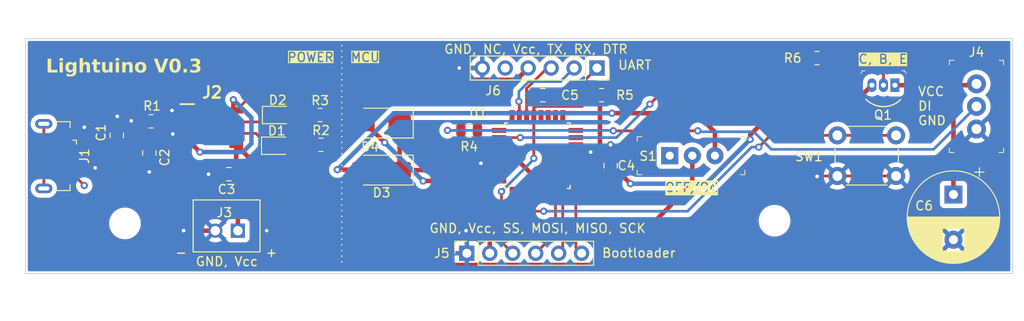
<source format=kicad_pcb>
(kicad_pcb (version 20221018) (generator pcbnew)
  (layers (0 "F.Cu" signal) (31 "B.Cu" power) (34 "B.Paste" user) (35 "F.Paste" user) (36 "B.SilkS" user "B.Silkscreen") (37 "F.SilkS" user "F.Silkscreen") (38 "B.Mask" user) (39 "F.Mask" user) (44 "Edge.Cuts" user))
  (net 0 "")
  (net 1 "/VBUS")
  (net 2 "GND")
  (net 3 "/PWR")
  (net 4 "/DTR")
  (net 5 "/STANDBY")
  (net 6 "Net-(D1-A)")
  (net 7 "/CHARGE")
  (net 8 "Net-(D2-A)")
  (net 9 "/BAT+")
  (net 10 "/UART_Bus")
  (net 11 "Net-(J2-PROG2)")
  (net 12 "Net-(J2-BAT)")
  (net 14 "/PROG_SS")
  (net 15 "/MOSI_PB3")
  (net 16 "/MISO_PB4")
  (net 17 "/SCK_PB5")
  (net 18 "/RX")
  (net 19 "/TX")
  (net 20 "/DI_PIN")
  (net 21 "/STRIP_VCC")
  (net 22 "Net-(Q1-B)")
  (net 23 "Net-(U1-PD4)")
  (net 48 "Net-(SW1-A)")
  (net 49 "unconnected-(J1-SHIELD-Pad6)")
  (net 50 "Net-(U1-PD3)")
  (footprint "tp4056:SOIC127P600X175-9N" (layer "F.Cu") (at 101.6 115.1)
    (fp_text reference "J2" (at 0.05 -3.9) (layer "F.SilkS") (effects (font (size 1.27 1.27) (thickness 0.254))))
    (fp_text value "TP4056" hide)
    (pad "1" smd rect (at -2.712 -1.905 90) (size 0.7 1.525) (layers "F.Cu" "F.Paste" "F.Mask") (net 2 "GND"))
    (pad "2" smd rect (at -2.712 -0.635 90) (size 0.7 1.525) (layers "F.Cu" "F.Paste" "F.Mask") (net 11 "Net-(J2-PROG2)"))
    (pad "3" smd rect (at -2.712 0.635 90) (size 0.7 1.525) (layers "F.Cu" "F.Paste" "F.Mask") (net 2 "GND"))
    (pad "4" smd rect (at -2.712 1.905 90) (size 0.7 1.525) (layers "F.Cu" "F.Paste" "F.Mask") (net 1 "/VBUS"))
    (pad "5" smd rect (at 2.712 1.905 90) (size 0.7 1.525) (layers "F.Cu" "F.Paste" "F.Mask") (net 12 "Net-(J2-BAT)"))
    (pad "6" smd rect (at 2.712 0.635 90) (size 0.7 1.525) (layers "F.Cu" "F.Paste" "F.Mask") (net 5 "/STANDBY"))
    (pad "7" smd rect (at 2.712 -0.635 90) (size 0.7 1.525) (layers "F.Cu" "F.Paste" "F.Mask") (net 7 "/CHARGE"))
    (pad "8" smd rect (at 2.712 -1.905 90) (size 0.7 1.525) (layers "F.Cu" "F.Paste" "F.Mask") (net 1 "/VBUS"))
    (pad "9" smd rect (at 0 0) (size 2.513 3.402) (layers "F.Cu" "F.Paste" "F.Mask"))
  )
  (footprint "Resistor_SMD:R_0805_2012Metric" (layer "F.Cu") (at 144.75 111.5)
    (fp_text reference "R5" (at 2.5875 0 180) (layer "F.SilkS"))
    (fp_text value "10K")
    (pad "1" smd roundrect (at -0.9125 0) (size 1.025 1.4) (layers "F.Cu" "F.Paste" "F.Mask") (roundrect_rratio 0.243902439) (net 14 "/PROG_SS"))
    (pad "2" smd roundrect (at 0.9125 0) (size 1.025 1.4) (layers "F.Cu" "F.Paste" "F.Mask") (roundrect_rratio 0.243902439) (net 3 "/PWR"))
  )
  (footprint "Capacitor_THT:CP_Radial_D10.0mm_P5.00mm" (layer "F.Cu") (at 183.7 122.5 -90)
    (fp_text reference "C6" (at 1.25 3.25 -180) (layer "F.SilkS"))
    (fp_text value "220 uF")
    (pad "1" thru_hole rect (at 0 0 270) (size 2 2) (drill 1) (layers "*.Cu" "*.Mask") (net 21 "/STRIP_VCC"))
    (pad "2" thru_hole circle (at 5 0 270) (size 2 2) (drill 1) (layers "*.Cu" "*.Mask") (net 2 "GND"))
  )
  (footprint "digikey-footprints:PinHeader_1x3_P2.5mm_Drill1.1mm" (layer "F.Cu") (at 186.25 115.25 90)
    (fp_text reference "J4" (at 8.5 0 180) (layer "F.SilkS"))
    (fp_text value "B3B-XH-A_LF__SN_")
    (pad "1" thru_hole circle (at 0 0 90) (size 2.1 2.1) (drill 1.1) (layers "*.Cu" "*.Mask") (net 2 "GND"))
    (pad "2" thru_hole circle (at 2.5 0 90) (size 2.1 2.1) (drill 1.1) (layers "*.Cu" "*.Mask") (net 20 "/DI_PIN"))
    (pad "3" thru_hole circle (at 5 0 90) (size 2.1 2.1) (drill 1.1) (layers "*.Cu" "*.Mask") (net 21 "/STRIP_VCC"))
  )
  (footprint "Capacitor_SMD:C_0805_2012Metric" (layer "F.Cu") (at 145.75 119.3 90)
    (fp_text reference "C4" (at 0 1.75 180) (layer "F.SilkS"))
    (fp_text value "100 nF")
    (pad "1" smd roundrect (at -0.95 0 90) (size 1 1.45) (layers "F.Cu" "F.Paste" "F.Mask") (net 3 "/PWR"))
    (pad "2" smd roundrect (at 0.95 0 90) (size 1 1.45) (layers "F.Cu" "F.Paste" "F.Mask") (net 2 "GND"))
  )
  (footprint "digikey-footprints:Switch_Slide_11.6x4mm_EG1218" (layer "F.Cu") (at 152.3 118.2)
    (fp_text reference "S1" (at -2.4 0.05) (layer "F.SilkS"))
    (fp_text value "EG1218")
    (pad "1" thru_hole rect (at 0 0) (size 1.9 1.9) (drill 0.9) (layers "*.Cu" "*.Mask"))
    (pad "2" thru_hole circle (at 2.5 0) (size 1.9 1.9) (drill 0.9) (layers "*.Cu" "*.Mask") (net 12 "Net-(J2-BAT)"))
    (pad "3" thru_hole circle (at 5 0) (size 1.9 1.9) (drill 0.9) (layers "*.Cu" "*.Mask") (net 9 "/BAT+"))
  )
  (footprint "LED_SMD:LED_0805_2012Metric" (layer "F.Cu") (at 108.9 113.7)
    (fp_text reference "D2" (at 0 -1.65) (layer "F.SilkS"))
    (fp_text value "LED")
    (pad "1" smd roundrect (at -0.9375 0) (size 0.975 1.4) (layers "F.Cu" "F.Paste" "F.Mask") (net 7 "/CHARGE"))
    (pad "2" smd roundrect (at 0.9375 0) (size 0.975 1.4) (layers "F.Cu" "F.Paste" "F.Mask") (net 8 "Net-(D2-A)"))
  )
  (footprint "Connector_PinSocket_2.54mm:PinSocket_1x06_P2.54mm_Vertical" (layer "F.Cu") (at 129.84 129 90)
    (fp_text reference "J5" (at 0 -2.77 180) (layer "F.SilkS"))
    (fp_text value "Conn_01x06_Socket")
    (pad "1" thru_hole rect (at 0 0 90) (size 1.7 1.7) (drill 1) (layers "*.Cu" "*.Mask") (net 2 "GND"))
    (pad "2" thru_hole oval (at 0 2.54 90) (size 1.7 1.7) (drill 1) (layers "*.Cu" "*.Mask") (net 10 "/UART_Bus"))
    (pad "3" thru_hole oval (at 0 5.08 90) (size 1.7 1.7) (drill 1) (layers "*.Cu" "*.Mask") (net 14 "/PROG_SS"))
    (pad "4" thru_hole oval (at 0 7.62 90) (size 1.7 1.7) (drill 1) (layers "*.Cu" "*.Mask") (net 15 "/MOSI_PB3"))
    (pad "5" thru_hole oval (at 0 10.16 90) (size 1.7 1.7) (drill 1) (layers "*.Cu" "*.Mask") (net 16 "/MISO_PB4"))
    (pad "6" thru_hole oval (at 0 12.7 90) (size 1.7 1.7) (drill 1) (layers "*.Cu" "*.Mask") (net 17 "/SCK_PB5"))
  )
  (footprint "Capacitor_SMD:C_0805_2012Metric" (layer "F.Cu") (at 91.1 115.95 90)
    (fp_text reference "C1" (at 0.3 -1.75 90) (layer "F.SilkS"))
    (fp_text value "100 nF")
    (pad "1" smd roundrect (at -0.95 0 90) (size 1 1.45) (layers "F.Cu" "F.Paste" "F.Mask") (net 1 "/VBUS"))
    (pad "2" smd roundrect (at 0.95 0 90) (size 1 1.45) (layers "F.Cu" "F.Paste" "F.Mask") (net 2 "GND"))
  )
  (footprint "Diode_SMD:D_SMA" (layer "F.Cu") (at 120.4 119.8 180)
    (fp_text reference "D3" (at 0 -2.5) (layer "F.SilkS"))
    (fp_text value "B120-E3")
    (pad "1" smd roundrect (at -2 0 180) (size 2.5 1.8) (layers "F.Cu" "F.Paste" "F.Mask") (roundrect_rratio 0.1388888889) (net 3 "/PWR"))
    (pad "2" smd roundrect (at 2 0 180) (size 2.5 1.8) (layers "F.Cu" "F.Paste" "F.Mask") (roundrect_rratio 0.1388888889) (net 9 "/BAT+"))
  )
  (footprint "Resistor_SMD:R_0805_2012Metric" (layer "F.Cu") (at 168.6 107.4)
    (fp_text reference "R6" (at -2.7 0 180) (layer "F.SilkS"))
    (fp_text value "330R")
    (pad "1" smd roundrect (at -0.9125 0) (size 1.025 1.4) (layers "F.Cu" "F.Paste" "F.Mask") (roundrect_rratio 0.243902439) (net 23 "Net-(U1-PD4)"))
    (pad "2" smd roundrect (at 0.9125 0) (size 1.025 1.4) (layers "F.Cu" "F.Paste" "F.Mask") (roundrect_rratio 0.243902439) (net 22 "Net-(Q1-B)"))
  )
  (footprint "Connector_USB:USB_Micro-B_GCT_USB3076-30-A" (layer "F.Cu") (at 84.22 118.25 -90)
    (fp_text reference "J1" (at 0 -3.3 90) (layer "F.SilkS"))
    (fp_text value "USB3080-XX-01-A_REVE")
    (pad "1" smd rect (at -1.3 -1.45 270) (size 0.4 1.4) (layers "F.Cu" "F.Paste" "F.Mask") (net 1 "/VBUS"))
    (pad "2" smd rect (at -0.65 -1.45 270) (size 0.4 1.4) (layers "F.Cu" "F.Paste" "F.Mask"))
    (pad "3" smd rect (at 0 -1.45 270) (size 0.4 1.4) (layers "F.Cu" "F.Paste" "F.Mask"))
    (pad "4" smd rect (at 0.65 -1.45 270) (size 0.4 1.4) (layers "F.Cu" "F.Paste" "F.Mask"))
    (pad "5" smd rect (at 1.3 -1.45 270) (size 0.4 1.4) (layers "F.Cu" "F.Paste" "F.Mask") (net 2 "GND"))
    (pad "6" thru_hole oval (at -3.575 1.2 90) (size 1.05 1.9) (drill oval 0.45 1.25) (layers "*.Cu" "*.Mask") (net 49 "unconnected-(J1-SHIELD-Pad6)"))
    (pad "6" smd rect (at -2.32 -1.03 270) (size 1.15 1.45) (layers "F.Cu" "F.Paste" "F.Mask") (net 49 "unconnected-(J1-SHIELD-Pad6)"))
    (pad "6" smd rect (at -1.125 1.2 270) (size 1.75 1.9) (layers "F.Cu" "F.Paste" "F.Mask") (net 49 "unconnected-(J1-SHIELD-Pad6)"))
    (pad "6" smd rect (at 1.125 1.2 270) (size 1.75 1.9) (layers "F.Cu" "F.Paste" "F.Mask") (net 49 "unconnected-(J1-SHIELD-Pad6)"))
    (pad "6" smd rect (at 2.32 -1.03 270) (size 1.15 1.45) (layers "F.Cu" "F.Paste" "F.Mask") (net 49 "unconnected-(J1-SHIELD-Pad6)"))
    (pad "6" thru_hole oval (at 3.575 1.2 270) (size 1.05 1.9) (drill oval 0.45 1.25) (layers "*.Cu" "*.Mask") (net 49 "unconnected-(J1-SHIELD-Pad6)"))
  )
  (footprint "MountingHole:MountingHole_3mm" (layer "F.Cu") (at 163.9 125.4)
    (fp_text reference "H2" hide)
    (fp_text value "MountingHole")
    (pad "" np_thru_hole circle (at 0 0) (size 3 3) (drill 3) (layers "*.Cu" "*.Mask"))
  )
  (footprint "Capacitor_SMD:C_0805_2012Metric" (layer "F.Cu") (at 94.7 117.9 -90)
    (fp_text reference "C2" (at 0.5 -1.7 90) (layer "F.SilkS"))
    (fp_text value "10 uF")
    (pad "1" smd roundrect (at -0.95 0 270) (size 1 1.45) (layers "F.Cu" "F.Paste" "F.Mask") (net 1 "/VBUS"))
    (pad "2" smd roundrect (at 0.95 0 270) (size 1 1.45) (layers "F.Cu" "F.Paste" "F.Mask") (net 2 "GND"))
  )
  (footprint "MountingHole:MountingHole_3mm" (layer "F.Cu") (at 92 125.7)
    (fp_text reference "H1" hide)
    (fp_text value "MountingHole")
    (pad "" np_thru_hole circle (at 0 0) (size 3 3) (drill 3) (layers "*.Cu" "*.Mask"))
  )
  (footprint "Resistor_SMD:R_0805_2012Metric" (layer "F.Cu") (at 113.7 117 180)
    (fp_text reference "R2" (at 0 1.6) (layer "F.SilkS"))
    (fp_text value "1K")
    (pad "1" smd roundrect (at -0.9125 0 180) (size 1.025 1.4) (layers "F.Cu" "F.Paste" "F.Mask") (roundrect_rratio 0.243902439) (net 1 "/VBUS"))
    (pad "2" smd roundrect (at 0.9125 0 180) (size 1.025 1.4) (layers "F.Cu" "F.Paste" "F.Mask") (roundrect_rratio 0.243902439) (net 6 "Net-(D1-A)"))
  )
  (footprint "digikey-footprints:TO-92-3" (layer "F.Cu") (at 177.22 110.4 180)
    (fp_text reference "Q1" (at 1.32 -3.3) (layer "F.SilkS"))
    (fp_text value "2N3904BU")
    (pad "1" thru_hole rect (at 0 0) (size 1 1.5) (drill 0.55) (layers "*.Cu" "*.Mask") (net 21 "/STRIP_VCC"))
    (pad "2" thru_hole oval (at 1.27 0) (size 1 1.5) (drill 0.55) (layers "*.Cu" "*.Mask") (net 22 "Net-(Q1-B)"))
    (pad "3" thru_hole oval (at 2.54 0) (size 1 1.5) (drill 0.55) (layers "*.Cu" "*.Mask") (net 3 "/PWR"))
  )
  (footprint "Resistor_SMD:R_0805_2012Metric" (layer "F.Cu") (at 94.9 114.4 180)
    (fp_text reference "R1" (at -0.1 1.7) (layer "F.SilkS"))
    (fp_text value "5K")
    (pad "1" smd roundrect (at -0.9125 0 180) (size 1.025 1.4) (layers "F.Cu" "F.Paste" "F.Mask") (roundrect_rratio 0.243902439) (net 11 "Net-(J2-PROG2)"))
    (pad "2" smd roundrect (at 0.9125 0 180) (size 1.025 1.4) (layers "F.Cu" "F.Paste" "F.Mask") (roundrect_rratio 0.243902439) (net 2 "GND"))
  )
  (footprint "Resistor_SMD:R_0805_2012Metric" (layer "F.Cu") (at 113.6 113.7 180)
    (fp_text reference "R3" (at 0 1.6) (layer "F.SilkS"))
    (fp_text value "1K")
    (pad "1" smd roundrect (at -0.9125 0 180) (size 1.025 1.4) (layers "F.Cu" "F.Paste" "F.Mask") (roundrect_rratio 0.243902439) (net 1 "/VBUS"))
    (pad "2" smd roundrect (at 0.9125 0 180) (size 1.025 1.4) (layers "F.Cu" "F.Paste" "F.Mask") (roundrect_rratio 0.243902439) (net 8 "Net-(D2-A)"))
  )
  (footprint "Connector_PinSocket_2.54mm:PinSocket_1x06_P2.54mm_Vertical" (layer "F.Cu") (at 144.25 108.5 -90)
    (fp_text reference "J6" (at 2.5 11.5 -180) (layer "F.SilkS"))
    (fp_text value "Conn_01x06_Socket")
    (pad "1" thru_hole rect (at 0 0 270) (size 1.7 1.7) (drill 1) (layers "*.Cu" "*.Mask") (net 4 "/DTR"))
    (pad "2" thru_hole oval (at 0 2.54 270) (size 1.7 1.7) (drill 1) (layers "*.Cu" "*.Mask") (net 19 "/TX"))
    (pad "3" thru_hole oval (at 0 5.08 270) (size 1.7 1.7) (drill 1) (layers "*.Cu" "*.Mask") (net 18 "/RX"))
    (pad "4" thru_hole oval (at 0 7.62 270) (size 1.7 1.7) (drill 1) (layers "*.Cu" "*.Mask") (net 10 "/UART_Bus"))
    (pad "5" thru_hole oval (at 0 10.16 270) (size 1.7 1.7) (drill 1) (layers "*.Cu" "*.Mask"))
    (pad "6" thru_hole oval (at 0 12.7 270) (size 1.7 1.7) (drill 1) (layers "*.Cu" "*.Mask") (net 2 "GND"))
  )
  (footprint "Button_Switch_THT:SW_PUSH_6mm" (layer "F.Cu") (at 170.85 115.95)
    (fp_text reference "SW1" (at -3.15 2.35) (layer "F.SilkS"))
    (fp_text value "SW_Push_Open")
    (pad "1" thru_hole circle (at 0 0 90) (size 2 2) (drill 1.1) (layers "*.Cu" "*.Mask") (net 48 "Net-(SW1-A)"))
    (pad "1" thru_hole circle (at 6.5 0 90) (size 2 2) (drill 1.1) (layers "*.Cu" "*.Mask") (net 48 "Net-(SW1-A)"))
    (pad "2" thru_hole circle (at 0 4.5 90) (size 2 2) (drill 1.1) (layers "*.Cu" "*.Mask") (net 2 "GND"))
    (pad "2" thru_hole circle (at 6.5 4.5 90) (size 2 2) (drill 1.1) (layers "*.Cu" "*.Mask") (net 2 "GND"))
  )
  (footprint "LED_SMD:LED_0805_2012Metric" (layer "F.Cu") (at 108.8 117.1)
    (fp_text reference "D1" (at 0 -1.65) (layer "F.SilkS"))
    (fp_text value "LED")
    (pad "1" smd roundrect (at -0.9375 0) (size 0.975 1.4) (layers "F.Cu" "F.Paste" "F.Mask") (net 5 "/STANDBY"))
    (pad "2" smd roundrect (at 0.9375 0) (size 0.975 1.4) (layers "F.Cu" "F.Paste" "F.Mask") (net 6 "Net-(D1-A)"))
  )
  (footprint "B2B-XH-A(LF)(SN):JST_B2B-XH-A(LF)(SN)" (layer "F.Cu") (at 103.25 125.975)
    (fp_text reference "J3" (at -0.25 -1.475) (layer "F.SilkS"))
    (fp_text value "B2B-XH-A(LF)(SN)")
    (pad "1" thru_hole rect (at 1.25 0.525) (size 1.575 1.575) (drill 1.05) (layers "*.Cu" "*.Mask") (net 12 "Net-(J2-BAT)"))
    (pad "2" thru_hole circle (at -1.25 0.525) (size 1.575 1.575) (drill 1.05) (layers "*.Cu" "*.Mask") (net 2 "GND"))
  )
  (footprint "Capacitor_SMD:C_0805_2012Metric" (layer "F.Cu") (at 103.5 120.25 180)
    (fp_text reference "C3" (at 0.25 -1.68) (layer "F.SilkS"))
    (fp_text value "10 uF")
    (pad "1" smd roundrect (at -0.95 0 180) (size 1 1.45) (layers "F.Cu" "F.Paste" "F.Mask") (net 12 "Net-(J2-BAT)"))
    (pad "2" smd roundrect (at 0.95 0 180) (size 1 1.45) (layers "F.Cu" "F.Paste" "F.Mask") (net 2 "GND"))
  )
  (footprint "Package_QFP:TQFP-32_7x7mm_P0.8mm" (layer "F.Cu") (at 137.65 118.2)
    (fp_text reference "U1" (at -6.55 -4.8) (layer "F.SilkS"))
    (fp_text value "ATmega328PB-A")
    (pad "1" smd rect (at -4.25 -2.8) (size 1.6 0.55) (layers "F.Cu" "F.Paste" "F.Mask") (net 50 "Net-(U1-PD3)"))
    (pad "2" smd rect (at -4.25 -2) (size 1.6 0.55) (layers "F.Cu" "F.Paste" "F.Mask") (net 23 "Net-(U1-PD4)"))
    (pad "3" smd rect (at -4.25 -1.2) (size 1.6 0.55) (layers "F.Cu" "F.Paste" "F.Mask"))
    (pad "4" smd rect (at -4.25 -0.4) (size 1.6 0.55) (layers "F.Cu" "F.Paste" "F.Mask") (net 3 "/PWR"))
    (pad "5" smd rect (at -4.25 0.4) (size 1.6 0.55) (layers "F.Cu" "F.Paste" "F.Mask") (net 2 "GND"))
    (pad "6" smd rect (at -4.25 1.2) (size 1.6 0.55) (layers "F.Cu" "F.Paste" "F.Mask"))
    (pad "7" smd rect (at -4.25 2) (size 1.6 0.55) (layers "F.Cu" "F.Paste" "F.Mask"))
    (pad "8" smd rect (at -4.25 2.8) (size 1.6 0.55) (layers "F.Cu" "F.Paste" "F.Mask"))
    (pad "9" smd rect (at -2.8 4.25 90) (size 1.6 0.55) (layers "F.Cu" "F.Paste" "F.Mask") (net 48 "Net-(SW1-A)"))
    (pad "10" smd rect (at -2 4.25 90) (size 1.6 0.55) (layers "F.Cu" "F.Paste" "F.Mask"))
    (pad "11" smd rect (at -1.2 4.25 90) (size 1.6 0.55) (layers "F.Cu" "F.Paste" "F.Mask"))
    (pad "12" smd rect (at -0.4 4.25 90) (size 1.6 0.55) (layers "F.Cu" "F.Paste" "F.Mask"))
    (pad "13" smd rect (at 0.4 4.25 90) (size 1.6 0.55) (layers "F.Cu" "F.Paste" "F.Mask"))
    (pad "14" smd rect (at 1.2 4.25 90) (size 1.6 0.55) (layers "F.Cu" "F.Paste" "F.Mask"))
    (pad "15" smd rect (at 2 4.25 90) (size 1.6 0.55) (layers "F.Cu" "F.Paste" "F.Mask") (net 15 "/MOSI_PB3"))
    (pad "16" smd rect (at 2.8 4.25 90) (size 1.6 0.55) (layers "F.Cu" "F.Paste" "F.Mask") (net 16 "/MISO_PB4"))
    (pad "17" smd rect (at 4.25 2.8) (size 1.6 0.55) (layers "F.Cu" "F.Paste" "F.Mask") (net 17 "/SCK_PB5"))
    (pad "18" smd rect (at 4.25 2) (size 1.6 0.55) (layers "F.Cu" "F.Paste" "F.Mask") (net 3 "/PWR"))
    (pad "19" smd rect (at 4.25 1.2) (size 1.6 0.55) (layers "F.Cu" "F.Paste" "F.Mask"))
    (pad "20" smd rect (at 4.25 0.4) (size 1.6 0.55) (layers "F.Cu" "F.Paste" "F.Mask"))
    (pad "21" smd rect (at 4.25 -0.4) (size 1.6 0.55) (layers "F.Cu" "F.Paste" "F.Mask") (net 2 "GND"))
    (pad "22" smd rect (at 4.25 -1.2) (size 1.6 0.55) (layers "F.Cu" "F.Paste" "F.Mask"))
    (pad "23" smd rect (at 4.25 -2) (size 1.6 0.55) (layers "F.Cu" "F.Paste" "F.Mask"))
    (pad "24" smd rect (at 4.25 -2.8) (size 1.6 0.55) (layers "F.Cu" "F.Paste" "F.Mask"))
    (pad "25" smd rect (at 2.8 -4.25 90) (size 1.6 0.55) (layers "F.Cu" "F.Paste" "F.Mask"))
    (pad "26" smd rect (at 2 -4.25 90) (size 1.6 0.55) (layers "F.Cu" "F.Paste" "F.Mask"))
    (pad "27" smd rect (at 1.2 -4.25 90) (size 1.6 0.55) (layers "F.Cu" "F.Paste" "F.Mask"))
    (pad "28" smd rect (at 0.4 -4.25 90) (size 1.6 0.55) (layers "F.Cu" "F.Paste" "F.Mask"))
    (pad "29" smd rect (at -0.4 -4.25 90) (size 1.6 0.55) (layers "F.Cu" "F.Paste" "F.Mask") (net 14 "/PROG_SS"))
    (pad "30" smd rect (at -1.2 -4.25 90) (size 1.6 0.55) (layers "F.Cu" "F.Paste" "F.Mask") (net 18 "/RX"))
    (pad "31" smd rect (at -2 -4.25 90) (size 1.6 0.55) (layers "F.Cu" "F.Paste" "F.Mask") (net 19 "/TX"))
    (pad "32" smd rect (at -2.8 -4.25 90) (size 1.6 0.55) (layers "F.Cu" "F.Paste" "F.Mask"))
  )
  (footprint "Resistor_SMD:R_0805_2012Metric" (layer "F.Cu") (at 130.1 115.4 180)
    (fp_text reference "R4" (at 0 -1.8) (layer "F.SilkS"))
    (fp_text value "330R")
    (pad "1" smd roundrect (at -0.9125 0 180) (size 1.025 1.4) (layers "F.Cu" "F.Paste" "F.Mask") (roundrect_rratio 0.243902439) (net 50 "Net-(U1-PD3)"))
    (pad "2" smd roundrect (at 0.9125 0 180) (size 1.025 1.4) (layers "F.Cu" "F.Paste" "F.Mask") (roundrect_rratio 0.243902439) (net 20 "/DI_PIN"))
  )
  (footprint "Capacitor_SMD:C_0805_2012Metric" (layer "F.Cu") (at 138.25 111.5 180)
    (fp_text reference "C5" (at -3 0) (layer "F.SilkS"))
    (fp_text value "100 nF")
    (pad "1" smd roundrect (at -0.95 0 180) (size 1 1.45) (layers "F.Cu" "F.Paste" "F.Mask") (net 4 "/DTR"))
    (pad "2" smd roundrect (at 0.95 0 180) (size 1 1.45) (layers "F.Cu" "F.Paste" "F.Mask") (net 14 "/PROG_SS"))
  )
  (footprint "Diode_SMD:D_SMA" (layer "F.Cu") (at 120.4 114.6 180)
    (fp_text reference "D4" (at 1.275 -2.625) (layer "F.SilkS"))
    (fp_text value "B120-E3")
    (pad "1" smd roundrect (at -2 0 180) (size 2.5 1.8) (layers "F.Cu" "F.Paste" "F.Mask") (roundrect_rratio 0.1388888889) (net 3 "/PWR"))
    (pad "2" smd roundrect (at 2 0 180) (size 2.5 1.8) (layers "F.Cu" "F.Paste" "F.Mask") (roundrect_rratio 0.1388888889) (net 10 "/UART_Bus"))
  )
  (gr_line (start 116 106) (end 116 130.1) (stroke (width 0.15) (type dot)) (layer "F.SilkS"))
  (gr_line (start 81 105.25) (end 129.5 105.25) (stroke (width 0.1)) (layer "Edge.Cuts"))
  (gr_line (start 190.25 105.25) (end 190.25 131.25) (stroke (width 0.1)) (layer "Edge.Cuts"))
  (gr_line (start 81 118.25) (end 81 131.25) (stroke (width 0.1)) (layer "Edge.Cuts"))
  (gr_line (start 81 118.25) (end 81 105.25) (stroke (width 0.1)) (layer "Edge.Cuts"))
  (gr_line (start 129.5 105.25) (end 190.25 105.25) (stroke (width 0.1)) (layer "Edge.Cuts"))
  (gr_line (start 122 131.25) (end 190.25 131.25) (stroke (width 0.1)) (layer "Edge.Cuts"))
  (gr_line (start 81 131.25) (end 122 131.25) (stroke (width 0.1)) (layer "Edge.Cuts"))
  (gr_text "-" (at 97.5 129.5) (layer "F.SilkS") (effects (font (size 1 1)) (justify left bottom)))
  (gr_text "POWER" (at 109.9 107.9) (layer "F.SilkS" knockout) (effects (font (size 1 1)) (justify left bottom)))
  (gr_text "VCC\nDI\nGND\n" (at 179.7 114.9) (layer "F.SilkS") (effects (font (size 1 1)) (justify left bottom)))
  (gr_text "OFF/ON" (at 151.7 122.3) (layer "F.SilkS" knockout) (effects (font (size 1 1)) (justify left bottom)))
  (gr_text "GND, Vcc" (at 99.75 130.5) (layer "F.SilkS") (effects (font (size 1 1)) (justify left bottom)))
  (gr_text "GND, NC, Vcc, TX, RX, DTR" (at 127.25 107) (layer "F.SilkS") (effects (font (size 1 1)) (justify left bottom)))
  (gr_text "Bootloader" (at 144.725 129.55) (layer "F.SilkS") (effects (font (size 1 1)) (justify left bottom)))
  (gr_text "GND, Vcc, SS, MOSI, MISO, SCK" (at 125.625 126.825) (layer "F.SilkS") (effects (font (size 1 1)) (justify left bottom)))
  (gr_text "+" (at 107.5 129.5) (layer "F.SilkS") (effects (font (size 1 1)) (justify left bottom)))
  (gr_text "C, B, E" (at 173.1 108.1) (layer "F.SilkS" knockout) (effects (font (size 1 1)) (justify left bottom)))
  (gr_text "UART" (at 146.5 108.75) (layer "F.SilkS") (effects (font (size 1 1)) (justify left bottom)))
  (gr_text "Lightuino V0.3" (at 83.25 109.25) (layer "F.SilkS") (effects (font (size 1.5 1.5) (thickness 0.3) bold) (justify left bottom)))
  (gr_text "MCU" (at 116.9 107.9) (layer "F.SilkS" knockout) (effects (font (size 1 1)) (justify left bottom)))
  (segment (start 113.9 112.1) (end 105.407 112.1) (width 0.3) (layer "F.Cu") (net 1))
  (segment (start 98.833 116.95) (end 98.888 117.005) (width 0.5) (layer "F.Cu") (net 1))
  (segment (start 104 112.883) (end 104.312 113.195) (width 0.5) (layer "F.Cu") (net 1))
  (segment (start 114.5125 113.7) (end 114.5125 112.7125) (width 0.3) (layer "F.Cu") (net 1))
  (segment (start 91.1 116.9) (end 91.05 116.95) (width 0.5) (layer "F.Cu") (net 1))
  (segment (start 91.05 116.95) (end 86.425 116.95) (width 0.5) (layer "F.Cu") (net 1))
  (segment (start 114.5125 112.7125) (end 113.9 112.1) (width 0.3) (layer "F.Cu") (net 1))
  (segment (start 94.7 116.95) (end 98.833 116.95) (width 0.5) (layer "F.Cu") (net 1))
  (segment (start 114.6125 113.8) (end 114.5125 113.7) (width 0.3) (layer "F.Cu") (net 1))
  (segment (start 104 112) (end 104 112.883) (width 0.5) (layer "F.Cu") (net 1))
  (segment (start 114.6125 117) (end 114.6125 113.8) (width 0.3) (layer "F.Cu") (net 1))
  (segment (start 105.407 112.1) (end 104.312 113.195) (width 0.3) (layer "F.Cu") (net 1))
  (segment (start 91.1 116.9) (end 94.65 116.9) (width 0.5) (layer "F.Cu") (net 1))
  (segment (start 99.505 117.005) (end 100.3 117.8) (width 0.5) (layer "F.Cu") (net 1))
  (segment (start 94.65 116.9) (end 94.7 116.95) (width 0.5) (layer "F.Cu") (net 1))
  (segment (start 98.888 117.005) (end 99.505 117.005) (width 0.5) (layer "F.Cu") (net 1))
  (via (at 100.3 117.8) (size 0.8) (drill 0.4) (layers "F.Cu" "B.Cu") (net 1))
  (via (at 104 112) (size 0.8) (drill 0.4) (layers "F.Cu" "B.Cu") (net 1))
  (segment (start 105.05 117.8) (end 106 116.85) (width 0.5) (layer "B.Cu") (net 1))
  (segment (start 106 114) (end 104 112) (width 0.5) (layer "B.Cu") (net 1))
  (segment (start 106 116.85) (end 106 114) (width 0.5) (layer "B.Cu") (net 1))
  (segment (start 100.3 117.8) (end 105.05 117.8) (width 0.5) (layer "B.Cu") (net 1))
  (segment (start 131.85 118.6) (end 131.4 119.05) (width 0.5) (layer "F.Cu") (net 2))
  (segment (start 98.888 115.735) (end 97.365 115.735) (width 0.3) (layer "F.Cu") (net 2))
  (segment (start 168.65 120.45) (end 168.6 120.5) (width 0.3) (layer "F.Cu") (net 2))
  (segment (start 91.1 115) (end 91.1 113.9) (width 0.5) (layer "F.Cu") (net 2))
  (segment (start 91.1 113.9) (end 91.15 113.85) (width 0.5) (layer "F.Cu") (net 2))
  (segment (start 98.888 113.195) (end 97.205 113.195) (width 0.3) (layer "F.Cu") (net 2))
  (segment (start 129.84 126.59) (end 129.75 126.5) (width 0.3) (layer "F.Cu") (net 2))
  (segment (start 177.35 120.45) (end 170.85 120.45) (width 0.3) (layer "F.Cu") (net 2))
  (segment (start 88.7 119.55) (end 86.425 119.55) (width 0.5) (layer "F.Cu") (net 2))
  (segment (start 93.9875 114.4) (end 92.75 114.4) (width 0.5) (layer "F.Cu") (net 2))
  (segment (start 133.4 118.6) (end 131.85 118.6) (width 0.5) (layer "F.Cu") (net 2))
  (segment (start 94.7 118.85) (end 94.7 120) (width 0.3) (layer "F.Cu") (net 2))
  (segment (start 102.55 120.25) (end 101.25 120.25) (width 0.5) (layer "F.Cu") (net 2))
  (segment (start 97.365 115.735) (end 97.3 115.8) (width 0.3) (layer "F.Cu") (net 2))
  (segment (start 141.9 117.8) (end 143.55 117.8) (width 0.5) (layer "F.Cu") (net 2))
  (segment (start 170.85 120.45) (end 168.65 120.45) (width 0.3) (layer "F.Cu") (net 2))
  (segment (start 129.84 129) (end 129.84 126.59) (width 0.3) (layer "F.Cu") (net 2))
  (segment (start 102 126.5) (end 98.5 126.5) (width 0.5) (layer "F.Cu") (net 2))
  (segment (start 131.55 108.5) (end 129 108.5) (width 0.5) (layer "F.Cu") (net 2))
  (segment (start 92.75 114.4) (end 92.7 114.35) (width 0.5) (layer "F.Cu") (net 2))
  (segment (start 145.75 118.35) (end 145.75 117) (width 0.5) (layer "F.Cu") (net 2))
  (via (at 143.55 117.8) (size 0.8) (drill 0.4) (layers "F.Cu" "B.Cu") (net 2))
  (via (at 129.75 126.5) (size 0.8) (drill 0.4) (layers "F.Cu" "B.Cu") (net 2))
  (via (at 129 108.5) (size 0.8) (drill 0.4) (layers "F.Cu" "B.Cu") (net 2))
  (via (at 92.7 114.35) (size 0.8) (drill 0.4) (layers "F.Cu" "B.Cu") (net 2))
  (via (at 145.75 117) (size 0.8) (drill 0.4) (layers "F.Cu" "B.Cu") (net 2))
  (via (at 168.6 120.5) (size 0.8) (drill 0.4) (layers "F.Cu" "B.Cu") (net 2))
  (via (at 97.205 113.195) (size 0.8) (drill 0.4) (layers "F.Cu" "B.Cu") (net 2))
  (via (at 101.25 120.25) (size 0.8) (drill 0.4) (layers "F.Cu" "B.Cu") (net 2))
  (via (at 98.5 126.5) (size 0.8) (drill 0.4) (layers "F.Cu" "B.Cu") (net 2))
  (via (at 94.7 120) (size 0.8) (drill 0.4) (layers "F.Cu" "B.Cu") (net 2))
  (via (at 87.5 115.05) (size 0.8) (drill 0.4) (layers "F.Cu" "B.Cu") (net 2))
  (via (at 91.15 113.85) (size 0.8) (drill 0.4) (layers "F.Cu" "B.Cu") (net 2))
  (via (at 131.4 119.05) (size 0.8) (drill 0.4) (layers "F.Cu" "B.Cu") (net 2))
  (via (at 88.7 119.55) (size 0.8) (drill 0.4) (layers "F.Cu" "B.Cu") (net 2))
  (via (at 97.3 115.8) (size 0.8) (drill 0.4) (layers "F.Cu" "B.Cu") (net 2))
  (segment (start 165.6 111.5) (end 173.58 111.5) (width 0.5) (layer "F.Cu") (net 3))
  (segment (start 122.4 114.6) (end 122.4 119.8) (width 0.5) (layer "F.Cu") (net 3))
  (segment (start 133.4 117.8) (end 134.575 117.8) (width 0.5) (layer "F.Cu") (net 3))
  (segment (start 134.575 117.8) (end 136.975 120.2) (width 0.5) (layer "F.Cu") (net 3))
  (segment (start 161.2 115.9) (end 165.6 111.5) (width 0.5) (layer "F.Cu") (net 3))
  (segment (start 130.05 117.8) (end 128.05 119.8) (width 0.5) (layer "F.Cu") (net 3))
  (segment (start 161.2 116.4) (end 161.2 115.9) (width 0.5) (layer "F.Cu") (net 3))
  (segment (start 147.95 121.3) (end 146.85 120.2) (width 0.5) (layer "F.Cu") (net 3))
  (segment (start 144.575 112.5875) (end 145.6625 111.5) (width 0.5) (layer "F.Cu") (net 3))
  (segment (start 145.75 120.25) (end 144.575 119.075) (width 0.5) (layer "F.Cu") (net 3))
  (segment (start 133.4 117.8) (end 130.05 117.8) (width 0.5) (layer "F.Cu") (net 3))
  (segment (start 136.975 120.2) (end 141.9 120.2) (width 0.5) (layer "F.Cu") (net 3))
  (segment (start 146.85 120.2) (end 141.9 120.2) (width 0.5) (layer "F.Cu") (net 3))
  (segment (start 144.575 119.075) (end 144.575 112.5875) (width 0.5) (layer "F.Cu") (net 3))
  (segment (start 128.05 119.8) (end 122.4 119.8) (width 0.5) (layer "F.Cu") (net 3))
  (segment (start 173.58 111.5) (end 174.68 110.4) (width 0.5) (layer "F.Cu") (net 3))
  (via (at 147.95 121.3) (size 0.8) (drill 0.4) (layers "F.Cu" "B.Cu") (net 3))
  (via (at 161.2 116.4) (size 0.8) (drill 0.4) (layers "F.Cu" "B.Cu") (net 3))
  (segment (start 156.3 121.3) (end 161.2 116.4) (width 0.5) (layer "B.Cu") (net 3))
  (segment (start 147.95 121.3) (end 156.3 121.3) (width 0.5) (layer "B.Cu") (net 3))
  (segment (start 141.25 111.5) (end 144.25 108.5) (width 0.3) (layer "F.Cu") (net 4))
  (segment (start 139.2 111.5) (end 141.25 111.5) (width 0.3) (layer "F.Cu") (net 4))
  (segment (start 106.4975 115.735) (end 107.8625 117.1) (width 0.3) (layer "F.Cu") (net 5))
  (segment (start 104.312 115.735) (end 106.4975 115.735) (width 0.3) (layer "F.Cu") (net 5))
  (segment (start 109.7375 117.1) (end 112.6875 117.1) (width 0.3) (layer "F.Cu") (net 6))
  (segment (start 112.6875 117.1) (end 112.7875 117) (width 0.3) (layer "F.Cu") (net 6))
  (segment (start 104.312 114.465) (end 107.1975 114.465) (width 0.3) (layer "F.Cu") (net 7))
  (segment (start 107.1975 114.465) (end 107.9625 113.7) (width 0.3) (layer "F.Cu") (net 7))
  (segment (start 109.8375 113.7) (end 112.6875 113.7) (width 0.3) (layer "F.Cu") (net 8))
  (segment (start 155.200706 113.5) (end 157.3 115.599294) (width 0.5) (layer "F.Cu") (net 9))
  (segment (start 115.5 119.75) (end 118.35 119.75) (width 0.5) (layer "F.Cu") (net 9))
  (segment (start 157.3 115.599294) (end 157.3 118.2) (width 0.5) (layer "F.Cu") (net 9))
  (segment (start 145.9 113.5) (end 155.200706 113.5) (width 0.5) (layer "F.Cu") (net 9))
  (segment (start 118.35 119.75) (end 118.4 119.8) (width 0.5) (layer "F.Cu") (net 9))
  (via (at 145.9 113.5) (size 0.8) (drill 0.4) (layers "F.Cu" "B.Cu") (net 9))
  (via (at 115.5 119.75) (size 0.8) (drill 0.4) (layers "F.Cu" "B.Cu") (net 9))
  (segment (start 145.9 113.5) (end 121.75 113.5) (width 0.5) (layer "B.Cu") (net 9))
  (segment (start 121.75 113.5) (end 115.5 119.75) (width 0.5) (layer "B.Cu") (net 9))
  (segment (start 125 121) (end 127.6 121) (width 0.5) (layer "F.Cu") (net 10))
  (segment (start 132.38 125.805) (end 132.38 129) (width 0.5) (layer "F.Cu") (net 10))
  (segment (start 123.2 109.8) (end 135.33 109.8) (width 0.5) (layer "F.Cu") (net 10))
  (segment (start 132.375 125.8) (end 132.38 125.805) (width 0.5) (layer "F.Cu") (net 10))
  (segment (start 118.4 114.6) (end 118.6 114.6) (width 0.5) (layer "F.Cu") (net 10))
  (segment (start 127.6 121) (end 132.375 125.775) (width 0.5) (layer "F.Cu") (net 10))
  (segment (start 118.4 114.6) (end 123.2 109.8) (width 0.5) (layer "F.Cu") (net 10))
  (segment (start 135.33 109.8) (end 136.63 108.5) (width 0.5) (layer "F.Cu") (net 10))
  (segment (start 132.375 125.775) (end 132.375 125.8) (width 0.5) (layer "F.Cu") (net 10))
  (segment (start 118.6 114.6) (end 120.75 116.75) (width 0.5) (layer "F.Cu") (net 10))
  (via (at 125 121) (size 0.8) (drill 0.4) (layers "F.Cu" "B.Cu") (net 10))
  (via (at 120.75 116.75) (size 0.8) (drill 0.4) (layers "F.Cu" "B.Cu") (net 10))
  (segment (start 120.75 116.75) (end 125 121) (width 0.5) (layer "B.Cu") (net 10))
  (segment (start 95.8775 114.465) (end 95.8125 114.4) (width 0.3) (layer "F.Cu") (net 11))
  (segment (start 98.888 114.465) (end 95.8775 114.465) (width 0.3) (layer "F.Cu") (net 11))
  (segment (start 104.312 117.005) (end 117.607 130.3) (width 0.5) (layer "F.Cu") (net 12))
  (segment (start 117.607 130.3) (end 145.8 130.3) (width 0.5) (layer "F.Cu") (net 12))
  (segment (start 145.8 130.3) (end 154.8 121.3) (width 0.5) (layer "F.Cu") (net 12))
  (segment (start 104.312 117.005) (end 104.312 120.112) (width 0.5) (layer "F.Cu") (net 12))
  (segment (start 104.312 120.112) (end 104.45 120.25) (width 0.5) (layer "F.Cu") (net 12))
  (segment (start 154.8 121.3) (end 154.8 118.2) (width 0.5) (layer "F.Cu") (net 12))
  (segment (start 104.45 120.25) (end 104.5 120.3) (width 0.5) (layer "F.Cu") (net 12))
  (segment (start 104.5 120.3) (end 104.5 126.5) (width 0.5) (layer "F.Cu") (net 12))
  (segment (start 137.475 112.75) (end 142.5875 112.75) (width 0.3) (layer "F.Cu") (net 14))
  (segment (start 137.25 113.95) (end 137.25 111.55) (width 0.3) (layer "F.Cu") (net 14))
  (segment (start 137.25 118.5) (end 137.25 113.95) (width 0.3) (layer "F.Cu") (net 14))
  (segment (start 133.675 122.175) (end 133.675 127.755) (width 0.3) (layer "F.Cu") (net 14))
  (segment (start 137.25 112.975) (end 137.475 112.75) (width 0.3) (layer "F.Cu") (net 14))
  (segment (start 137.25 111.55) (end 137.3 111.5) (width 0.3) (layer "F.Cu") (net 14))
  (segment (start 137.25 118.5) (end 137.25 112.975) (width 0.3) (layer "F.Cu") (net 14))
  (segment (start 133.675 127.755) (end 134.92 129) (width 0.3) (layer "F.Cu") (net 14))
  (segment (start 142.5875 112.75) (end 143.8375 111.5) (width 0.3) (layer "F.Cu") (net 14))
  (via (at 137.25 118.5) (size 0.8) (drill 0.4) (layers "F.Cu" "B.Cu") (net 14))
  (via (at 133.675 122.175) (size 0.8) (drill 0.4) (layers "F.Cu" "B.Cu") (net 14))
  (segment (start 133.675 122.175) (end 137.25 118.6) (width 0.3) (layer "B.Cu") (net 14))
  (segment (start 137.25 118.6) (end 137.25 118.5) (width 0.3) (layer "B.Cu") (net 14))
  (segment (start 139.65 126.81) (end 137.46 129) (width 0.3) (layer "F.Cu") (net 15))
  (segment (start 139.65 122.45) (end 139.65 126.81) (width 0.3) (layer "F.Cu") (net 15))
  (segment (start 140.45 122.45) (end 140.45 128.55) (width 0.3) (layer "F.Cu") (net 16))
  (segment (start 140.45 128.55) (end 140 129) (width 0.3) (layer "F.Cu") (net 16))
  (segment (start 141.9 121) (end 141.9 128.36) (width 0.3) (layer "F.Cu") (net 17))
  (segment (start 141.9 128.36) (end 142.54 129) (width 0.3) (layer "F.Cu") (net 17))
  (segment (start 136.45 110.776472) (end 138.726472 108.5) (width 0.3) (layer "F.Cu") (net 18))
  (segment (start 138.726472 108.5) (end 139.17 108.5) (width 0.3) (layer "F.Cu") (net 18))
  (segment (start 136.45 113.95) (end 136.45 110.776472) (width 0.3) (layer "F.Cu") (net 18))
  (segment (start 135.65 112.25) (end 135.6 112.2) (width 0.3) (layer "F.Cu") (net 19))
  (segment (start 135.65 113.95) (end 135.65 112.25) (width 0.3) (layer "F.Cu") (net 19))
  (via (at 135.6 112.2) (size 0.8) (drill 0.4) (layers "F.Cu" "B.Cu") (net 19))
  (segment (start 135.6 111.1) (end 136.7 110) (width 0.3) (layer "B.Cu") (net 19))
  (segment (start 135.6 112.2) (end 135.6 111.1) (width 0.3) (layer "B.Cu") (net 19))
  (segment (start 140.21 110) (end 141.71 108.5) (width 0.3) (layer "B.Cu") (net 19))
  (segment (start 136.7 110) (end 140.21 110) (width 0.3) (layer "B.Cu") (net 19))
  (segment (start 129.1875 115.4) (end 127.7 115.4) (width 0.3) (layer "F.Cu") (net 20))
  (segment (start 155.4 115.45) (end 146.05 115.45) (width 0.3) (layer "F.Cu") (net 20))
  (via (at 155.4 115.45) (size 0.8) (drill 0.4) (layers "F.Cu" "B.Cu") (net 20))
  (via (at 127.7 115.4) (size 0.8) (drill 0.4) (layers "F.Cu" "B.Cu") (net 20))
  (via (at 146.05 115.45) (size 0.8) (drill 0.4) (layers "F.Cu" "B.Cu") (net 20))
  (segment (start 155.4 115.45) (end 155.500688 115.550688) (width 0.3) (layer "B.Cu") (net 20))
  (segment (start 181.5 117.5) (end 186.25 112.75) (width 0.3) (layer "B.Cu") (net 20))
  (segment (start 146 115.4) (end 127.7 115.4) (width 0.3) (layer "B.Cu") (net 20))
  (segment (start 155.500688 115.550688) (end 161.600688 115.550688) (width 0.3) (layer "B.Cu") (net 20))
  (segment (start 146.05 115.45) (end 146 115.4) (width 0.3) (layer "B.Cu") (net 20))
  (segment (start 161.600688 115.550688) (end 163.55 117.5) (width 0.3) (layer "B.Cu") (net 20))
  (segment (start 163.55 117.5) (end 181.5 117.5) (width 0.3) (layer "B.Cu") (net 20))
  (segment (start 177.22 110.4) (end 183.7 110.4) (width 0.5) (layer "F.Cu") (net 21))
  (segment (start 186.1 110.4) (end 186.25 110.25) (width 0.5) (layer "F.Cu") (net 21))
  (segment (start 183.7 110.4) (end 186.1 110.4) (width 0.5) (layer "F.Cu") (net 21))
  (segment (start 183.7 122.5) (end 183.7 110.4) (width 0.5) (layer "F.Cu") (net 21))
  (segment (start 169.5125 107.4) (end 174.1 107.4) (width 0.3) (layer "F.Cu") (net 22))
  (segment (start 175.95 109.25) (end 175.95 110.4) (width 0.3) (layer "F.Cu") (net 22))
  (segment (start 174.1 107.4) (end 175.95 109.25) (width 0.3) (layer "F.Cu") (net 22))
  (segment (start 150.1 112.5) (end 155.2 107.4) (width 0.3) (layer "F.Cu") (net 23))
  (segment (start 155.2 107.4) (end 167.6875 107.4) (width 0.3) (layer "F.Cu") (net 23))
  (segment (start 135.75 116.2) (end 133.4 116.2) (width 0.3) (layer "F.Cu") (net 23))
  (via (at 150.1 112.5) (size 0.8) (drill 0.4) (layers "F.Cu" "B.Cu") (net 23))
  (via (at 135.75 116.2) (size 0.8) (drill 0.4) (layers "F.Cu" "B.Cu") (net 23))
  (segment (start 146.4 116.2) (end 135.75 116.2) (width 0.3) (layer "B.Cu") (net 23))
  (segment (start 150.1 112.5) (end 146.4 116.2) (width 0.3) (layer "B.Cu") (net 23))
  (segment (start 134.85 123.55) (end 134.85 122.45) (width 0.3) (layer "F.Cu") (net 48))
  (segment (start 138.35 124.35) (end 135.65 124.35) (width 0.3) (layer "F.Cu") (net 48))
  (segment (start 135.65 124.35) (end 134.85 123.55) (width 0.3) (layer "F.Cu") (net 48))
  (segment (start 163.45 115.95) (end 170.85 115.95) (width 0.3) (layer "F.Cu") (net 48))
  (segment (start 170.85 115.95) (end 177.35 115.95) (width 0.3) (layer "F.Cu") (net 48))
  (segment (start 162.15 117.25) (end 163.45 115.95) (width 0.3) (layer "F.Cu") (net 48))
  (via (at 162.15 117.25) (size 0.8) (drill 0.4) (layers "F.Cu" "B.Cu") (net 48))
  (via (at 138.35 124.35) (size 0.8) (drill 0.4) (layers "F.Cu" "B.Cu") (net 48))
  (segment (start 138.35 124.35) (end 154.260661 124.35) (width 0.3) (layer "B.Cu") (net 48))
  (segment (start 154.260661 124.35) (end 161.360661 117.25) (width 0.3) (layer "B.Cu") (net 48))
  (segment (start 161.360661 117.25) (end 162.15 117.25) (width 0.3) (layer "B.Cu") (net 48))
  (segment (start 83.02 117.125) (end 83.02 114.675) (width 0.3) (layer "F.Cu") (net 49))
  (segment (start 85.25 115.93) (end 84.215 115.93) (width 0.3) (layer "F.Cu") (net 49))
  (segment (start 85.25 120.57) (end 84.215 120.57) (width 0.3) (layer "F.Cu") (net 49))
  (segment (start 84.215 120.57) (end 83.02 119.375) (width 0.3) (layer "F.Cu") (net 49))
  (segment (start 86.57 120.57) (end 87.5 121.5) (width 0.3) (layer "F.Cu") (net 49))
  (segment (start 86.62 115.93) (end 85.25 115.93) (width 0.3) (layer "F.Cu") (net 49))
  (segment (start 85.25 120.57) (end 86.57 120.57) (width 0.3) (layer "F.Cu") (net 49))
  (segment (start 83.02 119.375) (end 83.02 121.825) (width 0.3) (layer "F.Cu") (net 49))
  (segment (start 84.215 115.93) (end 83.02 117.125) (width 0.3) (layer "F.Cu") (net 49))
  (segment (start 87.5 115.05) (end 86.62 115.93) (width 0.3) (layer "F.Cu") (net 49))
  (segment (start 83.02 117.125) (end 83.02 119.375) (width 0.3) (layer "F.Cu") (net 49))
  (via (at 87.5 121.5) (size 0.8) (drill 0.4) (layers "F.Cu" "B.Cu") (net 49))
  (segment (start 133.4 115.4) (end 131.0125 115.4) (width 0.3) (layer "F.Cu") (net 50))
  (zone (net 2) (net_name "GND") (layer "B.Cu") (connect_pads (clearance 0.5)) (min_thickness 0.25) (fill yes (thermal_gap 0.5) (thermal_bridge_width 0.5))
    (polygon (pts (xy 81.25 105.5) (xy 190 105.5) (xy 190 131) (xy 81.25 131)))
  )
)
</source>
